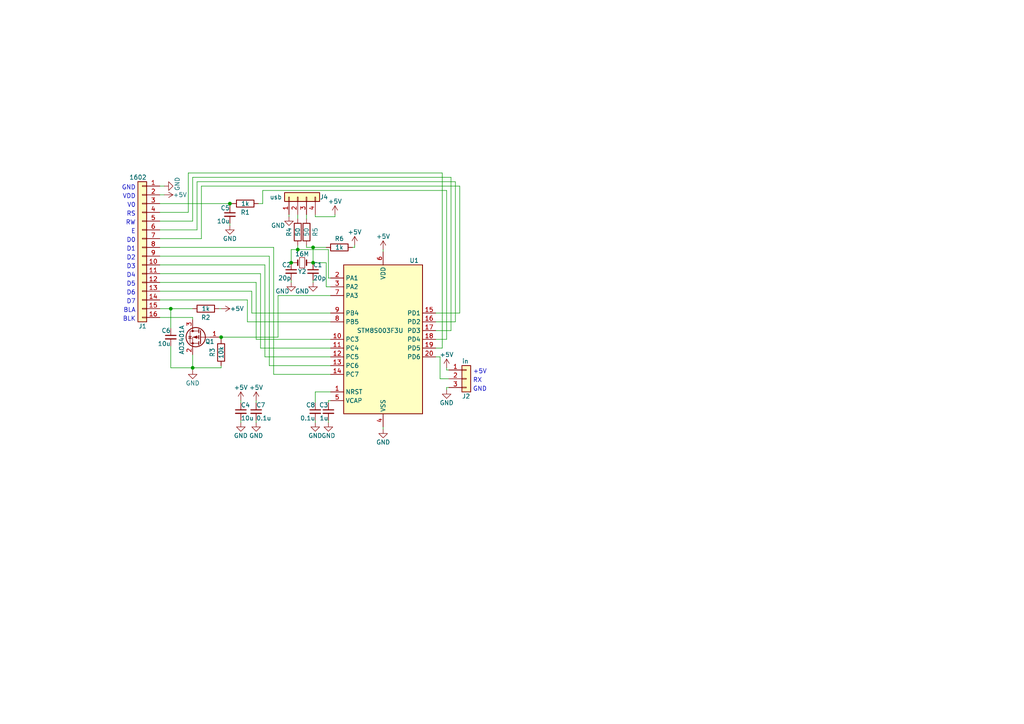
<source format=kicad_sch>
(kicad_sch (version 20230121) (generator eeschema)
  (paper "A4")
  (title_block (title "HD44780 driver board") (date "2024-01-18") (comment 2 "Mikhaik Belkin (dltech174@gmail.com +7-960-961-54-27)"))
  (lib_symbols
    (symbol "Connector_Generic:Conn_01x03" (pin_names (offset 1.016) hide)
      (property "Reference" "J" (at 0 5.08 0))
      (property "Value" "Conn_01x03" (at 0 -5.08 0))
      (symbol "Conn_01x03_1_1"
        (rectangle (start -1.27 -2.413) (end 0 -2.667) (stroke (width 0.1524)))
        (rectangle (start -1.27 0.127) (end 0 -0.127) (stroke (width 0.1524)))
        (rectangle (start -1.27 2.667) (end 0 2.413) (stroke (width 0.1524)))
        (rectangle (start -1.27 3.81) (end 1.27 -3.81) (stroke (width 0.254)) (fill (type background)))
        (pin passive line (at -5.08 2.54 0) (length 3.81) (name "Pin_1") (number "1"))
        (pin passive line (at -5.08 0 0) (length 3.81) (name "Pin_2") (number "2"))
        (pin passive line (at -5.08 -2.54 0) (length 3.81) (name "Pin_3") (number "3"))
      )
    )
    (symbol "Connector_Generic:Conn_01x04" (pin_names (offset 1.016) hide)
      (property "Reference" "J" (at 0 5.08 0))
      (property "Value" "Conn_01x04" (at 0 -7.62 0))
      (symbol "Conn_01x04_1_1"
        (rectangle (start -1.27 -4.953) (end 0 -5.207) (stroke (width 0.1524)))
        (rectangle (start -1.27 -2.413) (end 0 -2.667) (stroke (width 0.1524)))
        (rectangle (start -1.27 0.127) (end 0 -0.127) (stroke (width 0.1524)))
        (rectangle (start -1.27 2.667) (end 0 2.413) (stroke (width 0.1524)))
        (rectangle (start -1.27 3.81) (end 1.27 -6.35) (stroke (width 0.254)) (fill (type background)))
        (pin passive line (at -5.08 2.54 0) (length 3.81) (name "Pin_1") (number "1"))
        (pin passive line (at -5.08 0 0) (length 3.81) (name "Pin_2") (number "2"))
        (pin passive line (at -5.08 -2.54 0) (length 3.81) (name "Pin_3") (number "3"))
        (pin passive line (at -5.08 -5.08 0) (length 3.81) (name "Pin_4") (number "4"))
      )
    )
    (symbol "Connector_Generic:Conn_01x16" (pin_names (offset 1.016) hide)
      (property "Reference" "J" (at 0 20.32 0))
      (property "Value" "Conn_01x16" (at 0 -22.86 0))
      (symbol "Conn_01x16_1_1"
        (rectangle (start -1.27 -20.193) (end 0 -20.447) (stroke (width 0.1524)))
        (rectangle (start -1.27 -17.653) (end 0 -17.907) (stroke (width 0.1524)))
        (rectangle (start -1.27 -15.113) (end 0 -15.367) (stroke (width 0.1524)))
        (rectangle (start -1.27 -12.573) (end 0 -12.827) (stroke (width 0.1524)))
        (rectangle (start -1.27 -10.033) (end 0 -10.287) (stroke (width 0.1524)))
        (rectangle (start -1.27 -7.493) (end 0 -7.747) (stroke (width 0.1524)))
        (rectangle (start -1.27 -4.953) (end 0 -5.207) (stroke (width 0.1524)))
        (rectangle (start -1.27 -2.413) (end 0 -2.667) (stroke (width 0.1524)))
        (rectangle (start -1.27 0.127) (end 0 -0.127) (stroke (width 0.1524)))
        (rectangle (start -1.27 2.667) (end 0 2.413) (stroke (width 0.1524)))
        (rectangle (start -1.27 5.207) (end 0 4.953) (stroke (width 0.1524)))
        (rectangle (start -1.27 7.747) (end 0 7.493) (stroke (width 0.1524)))
        (rectangle (start -1.27 10.287) (end 0 10.033) (stroke (width 0.1524)))
        (rectangle (start -1.27 12.827) (end 0 12.573) (stroke (width 0.1524)))
        (rectangle (start -1.27 15.367) (end 0 15.113) (stroke (width 0.1524)))
        (rectangle (start -1.27 17.907) (end 0 17.653) (stroke (width 0.1524)))
        (rectangle (start -1.27 19.05) (end 1.27 -21.59) (stroke (width 0.254)) (fill (type background)))
        (pin passive line (at -5.08 17.78 0) (length 3.81) (name "Pin_1") (number "1"))
        (pin passive line (at -5.08 -5.08 0) (length 3.81) (name "Pin_10") (number "10"))
        (pin passive line (at -5.08 -7.62 0) (length 3.81) (name "Pin_11") (number "11"))
        (pin passive line (at -5.08 -10.16 0) (length 3.81) (name "Pin_12") (number "12"))
        (pin passive line (at -5.08 -12.7 0) (length 3.81) (name "Pin_13") (number "13"))
        (pin passive line (at -5.08 -15.24 0) (length 3.81) (name "Pin_14") (number "14"))
        (pin passive line (at -5.08 -17.78 0) (length 3.81) (name "Pin_15") (number "15"))
        (pin passive line (at -5.08 -20.32 0) (length 3.81) (name "Pin_16") (number "16"))
        (pin passive line (at -5.08 15.24 0) (length 3.81) (name "Pin_2") (number "2"))
        (pin passive line (at -5.08 12.7 0) (length 3.81) (name "Pin_3") (number "3"))
        (pin passive line (at -5.08 10.16 0) (length 3.81) (name "Pin_4") (number "4"))
        (pin passive line (at -5.08 7.62 0) (length 3.81) (name "Pin_5") (number "5"))
        (pin passive line (at -5.08 5.08 0) (length 3.81) (name "Pin_6") (number "6"))
        (pin passive line (at -5.08 2.54 0) (length 3.81) (name "Pin_7") (number "7"))
        (pin passive line (at -5.08 0 0) (length 3.81) (name "Pin_8") (number "8"))
        (pin passive line (at -5.08 -2.54 0) (length 3.81) (name "Pin_9") (number "9"))
      )
    )
    (symbol "Device:C_Small" (pin_numbers hide) (pin_names (offset 0.254) hide)
      (property "Reference" "C" (at 0.254 1.778 0))
      (property "Value" "C_Small" (at 0.254 -2.032 0))
      (symbol "C_Small_0_1"
        (polyline (pts (xy -1.524 -0.508) (xy 1.524 -0.508)) (stroke (width 0.3302)))
        (polyline (pts (xy -1.524 0.508) (xy 1.524 0.508)) (stroke (width 0.3048)))
      )
      (symbol "C_Small_1_1"
        (pin passive line (at 0 2.54 270) (length 2.032) (name "~") (number "1"))
        (pin passive line (at 0 -2.54 90) (length 2.032) (name "~") (number "2"))
      )
    )
    (symbol "Device:Crystal_Small" (pin_numbers hide) (pin_names (offset 1.016) hide)
      (property "Reference" "Y" (at 0 2.54 0))
      (property "Value" "Crystal_Small" (at 0 -2.54 0))
      (symbol "Crystal_Small_0_1"
        (rectangle (start -0.762 -1.524) (end 0.762 1.524))
        (polyline (pts (xy -1.27 -0.762) (xy -1.27 0.762)) (stroke (width 0.381)))
        (polyline (pts (xy 1.27 -0.762) (xy 1.27 0.762)) (stroke (width 0.381)))
      )
      (symbol "Crystal_Small_1_1"
        (pin passive line (at -2.54 0 0) (length 1.27) (name "1") (number "1"))
        (pin passive line (at 2.54 0 180) (length 1.27) (name "2") (number "2"))
      )
    )
    (symbol "Device:R" (pin_numbers hide) (pin_names (offset 0))
      (property "Reference" "R" (at 2.032 0 90))
      (property "Value" "R" (at 0 0 90))
      (symbol "R_0_1"
        (rectangle (start -1.016 -2.54) (end 1.016 2.54) (stroke (width 0.254)))
      )
      (symbol "R_1_1"
        (pin passive line (at 0 3.81 270) (length 1.27) (name "~") (number "1"))
        (pin passive line (at 0 -3.81 90) (length 1.27) (name "~") (number "2"))
      )
    )
    (symbol "MCU_ST_STM8:STM8S003F3U"
      (property "Reference" "U" (at 1.27 25.4 0))
      (property "Value" "STM8S003F3U" (at 1.27 22.86 0))
      (symbol "STM8S003F3U_0_1"
        (rectangle (start -11.43 21.59) (end 11.43 -21.59) (stroke (width 0.254)) (fill (type background)))
      )
      (symbol "STM8S003F3U_1_1"
        (pin input line (at -15.24 -15.24 0) (length 3.81) (name "NRST") (number "1"))
        (pin bidirectional line (at -15.24 0 0) (length 3.81) (name "PC3") (number "10"))
        (pin bidirectional line (at -15.24 -2.54 0) (length 3.81) (name "PC4") (number "11"))
        (pin bidirectional line (at -15.24 -5.08 0) (length 3.81) (name "PC5") (number "12"))
        (pin bidirectional line (at -15.24 -7.62 0) (length 3.81) (name "PC6") (number "13"))
        (pin bidirectional line (at -15.24 -10.16 0) (length 3.81) (name "PC7") (number "14"))
        (pin bidirectional line (at 15.24 7.62 180) (length 3.81) (name "PD1") (number "15"))
        (pin bidirectional line (at 15.24 5.08 180) (length 3.81) (name "PD2") (number "16"))
        (pin bidirectional line (at 15.24 2.54 180) (length 3.81) (name "PD3") (number "17"))
        (pin bidirectional line (at 15.24 0 180) (length 3.81) (name "PD4") (number "18"))
        (pin bidirectional line (at 15.24 -2.54 180) (length 3.81) (name "PD5") (number "19"))
        (pin bidirectional line (at -15.24 17.78 0) (length 3.81) (name "PA1") (number "2"))
        (pin bidirectional line (at 15.24 -5.08 180) (length 3.81) (name "PD6") (number "20"))
        (pin bidirectional line (at -15.24 15.24 0) (length 3.81) (name "PA2") (number "3"))
        (pin power_in line (at 0 -25.4 90) (length 3.81) (name "VSS") (number "4"))
        (pin passive line (at -15.24 -17.78 0) (length 3.81) (name "VCAP") (number "5"))
        (pin power_in line (at 0 25.4 270) (length 3.81) (name "VDD") (number "6"))
        (pin bidirectional line (at -15.24 12.7 0) (length 3.81) (name "PA3") (number "7"))
        (pin bidirectional line (at -15.24 5.08 0) (length 3.81) (name "PB5") (number "8"))
        (pin bidirectional line (at -15.24 7.62 0) (length 3.81) (name "PB4") (number "9"))
      )
    )
    (symbol "Transistor_FET:AO3401A" (pin_names hide)
      (property "Reference" "Q" (at 5.08 1.905 0))
      (property "Value" "AO3401A" (at 5.08 0 0))
      (symbol "AO3401A_0_1"
        (polyline (pts (xy 0.254 0) (xy -2.54 0)))
        (polyline (pts (xy 0.254 1.905) (xy 0.254 -1.905)) (stroke (width 0.254)))
        (polyline (pts (xy 0.762 -1.27) (xy 0.762 -2.286)) (stroke (width 0.254)))
        (polyline (pts (xy 0.762 0.508) (xy 0.762 -0.508)) (stroke (width 0.254)))
        (polyline (pts (xy 0.762 2.286) (xy 0.762 1.27)) (stroke (width 0.254)))
        (polyline (pts (xy 2.54 2.54) (xy 2.54 1.778)))
        (polyline (pts (xy 2.54 -2.54) (xy 2.54 0) (xy 0.762 0)))
        (polyline (pts (xy 0.762 1.778) (xy 3.302 1.778) (xy 3.302 -1.778) (xy 0.762 -1.778)))
        (polyline (pts (xy 2.286 0) (xy 1.27 0.381) (xy 1.27 -0.381) (xy 2.286 0)) (fill (type outline)))
        (polyline (pts (xy 2.794 -0.508) (xy 2.921 -0.381) (xy 3.683 -0.381) (xy 3.81 -0.254)))
        (polyline (pts (xy 3.302 -0.381) (xy 2.921 0.254) (xy 3.683 0.254) (xy 3.302 -0.381)))
        (circle (center 1.651 0) (radius 2.794) (stroke (width 0.254)))
        (circle (center 2.54 -1.778) (radius 0.254) (fill (type outline)))
        (circle (center 2.54 1.778) (radius 0.254) (fill (type outline)))
      )
      (symbol "AO3401A_1_1"
        (pin input line (at -5.08 0 0) (length 2.54) (name "G") (number "1"))
        (pin passive line (at 2.54 -5.08 90) (length 2.54) (name "S") (number "2"))
        (pin passive line (at 2.54 5.08 270) (length 2.54) (name "D") (number "3"))
      )
    )
    (symbol "power:+5V" (power) (pin_names (offset 0))
      (property "Value" "+5V" (at 0 3.556 0))
      (symbol "+5V_0_1"
        (polyline (pts (xy -0.762 1.27) (xy 0 2.54)))
        (polyline (pts (xy 0 0) (xy 0 2.54)))
        (polyline (pts (xy 0 2.54) (xy 0.762 1.27)))
      )
      (symbol "+5V_1_1"
        (pin power_in line (at 0 0 90) (length 0) hide (name "+5V") (number "1"))
      )
    )
    (symbol "power:GND" (power) (pin_names (offset 0))
      (property "Value" "GND" (at 0 -3.81 0))
      (symbol "GND_0_1"
        (polyline (pts (xy 0 0) (xy 0 -1.27) (xy 1.27 -1.27) (xy 0 -2.54) (xy -1.27 -1.27) (xy 0 -1.27)))
      )
      (symbol "GND_1_1"
        (pin power_in line (at 0 0 270) (length 0) hide (name "GND") (number "1"))
      )
    )
  )
  (junction (at 90.805 76.2))
  (junction (at 84.455 76.2))
  (junction (at 86.36 72.39))
  (junction (at 55.88 106.68))
  (junction (at 66.675 59.055))
  (junction (at 64.135 97.79))
  (junction (at 90.805 71.755))
  (junction (at 49.53 89.535))
  (wire (pts (xy 49.53 89.535) (xy 49.53 95.25)))
  (wire (pts (xy 95.885 90.805) (xy 73.025 90.805)))
  (wire (pts (xy 46.355 66.675) (xy 57.15 66.675)))
  (wire (pts (xy 46.355 76.835) (xy 76.835 76.835)))
  (wire (pts (xy 132.08 93.345) (xy 126.365 93.345)))
  (wire (pts (xy 95.25 121.92) (xy 95.25 122.555)))
  (wire (pts (xy 55.88 102.87) (xy 55.88 106.68)))
  (wire (pts (xy 76.2 55.245) (xy 76.2 59.055)))
  (wire (pts (xy 55.88 106.68) (xy 55.88 107.315)))
  (wire (pts (xy 84.455 72.39) (xy 84.455 76.2)))
  (wire (pts (xy 129.54 55.245) (xy 129.54 98.425)))
  (wire (pts (xy 55.88 92.71) (xy 55.88 92.075)))
  (wire (pts (xy 91.44 121.92) (xy 91.44 122.555)))
  (wire (pts (xy 46.355 59.055) (xy 66.675 59.055)))
  (wire (pts (xy 95.885 103.505) (xy 76.835 103.505)))
  (wire (pts (xy 94.615 76.2) (xy 94.615 83.185)))
  (wire (pts (xy 79.375 108.585) (xy 95.885 108.585)))
  (wire (pts (xy 129.54 113.03) (xy 129.54 112.395)))
  (wire (pts (xy 75.565 100.965) (xy 95.885 100.965)))
  (wire (pts (xy 129.54 112.395) (xy 130.175 112.395)))
  (wire (pts (xy 78.105 106.045) (xy 95.885 106.045)))
  (wire (pts (xy 78.105 106.045) (xy 78.105 74.295)))
  (wire (pts (xy 95.25 116.205) (xy 95.885 116.205)))
  (wire (pts (xy 67.31 59.055) (xy 66.675 59.055)))
  (wire (pts (xy 55.88 51.435) (xy 130.81 51.435)))
  (wire (pts (xy 90.805 71.755) (xy 88.9 71.755)))
  (wire (pts (xy 46.355 81.915) (xy 74.295 81.915)))
  (wire (pts (xy 66.675 59.055) (xy 66.675 59.69)))
  (wire (pts (xy 132.08 52.705) (xy 132.08 93.345)))
  (wire (pts (xy 57.15 52.705) (xy 132.08 52.705)))
  (wire (pts (xy 90.17 76.2) (xy 90.805 76.2)))
  (wire (pts (xy 69.85 116.205) (xy 69.85 116.84)))
  (wire (pts (xy 75.565 79.375) (xy 75.565 100.965)))
  (wire (pts (xy 66.675 64.77) (xy 66.675 65.405)))
  (wire (pts (xy 102.87 71.755) (xy 102.87 71.12)))
  (wire (pts (xy 90.805 81.28) (xy 90.805 81.915)))
  (wire (pts (xy 58.42 53.975) (xy 58.42 69.215)))
  (wire (pts (xy 111.125 72.39) (xy 111.125 73.025)))
  (wire (pts (xy 90.805 76.2) (xy 90.805 71.755)))
  (wire (pts (xy 76.835 76.835) (xy 76.835 103.505)))
  (wire (pts (xy 128.27 50.165) (xy 128.27 100.965)))
  (wire (pts (xy 55.88 106.68) (xy 49.53 106.68)))
  (wire (pts (xy 64.135 97.79) (xy 80.645 97.79)))
  (wire (pts (xy 90.805 76.2) (xy 94.615 76.2)))
  (wire (pts (xy 91.44 113.665) (xy 95.885 113.665)))
  (wire (pts (xy 88.9 71.755) (xy 88.9 71.12)))
  (wire (pts (xy 46.355 69.215) (xy 58.42 69.215)))
  (wire (pts (xy 133.35 53.975) (xy 133.35 90.805)))
  (wire (pts (xy 129.54 106.68) (xy 129.54 107.315)))
  (wire (pts (xy 80.645 97.79) (xy 80.645 85.725)))
  (wire (pts (xy 95.885 80.645) (xy 95.25 80.645)))
  (wire (pts (xy 49.53 89.535) (xy 55.88 89.535)))
  (wire (pts (xy 97.155 62.865) (xy 97.155 62.23)))
  (wire (pts (xy 129.54 107.315) (xy 130.175 107.315)))
  (wire (pts (xy 54.61 50.165) (xy 128.27 50.165)))
  (wire (pts (xy 55.88 51.435) (xy 55.88 64.135)))
  (wire (pts (xy 91.44 116.84) (xy 91.44 113.665)))
  (wire (pts (xy 102.235 71.755) (xy 102.87 71.755)))
  (wire (pts (xy 46.355 86.995) (xy 71.755 86.995)))
  (wire (pts (xy 46.355 79.375) (xy 75.565 79.375)))
  (wire (pts (xy 95.25 116.84) (xy 95.25 116.205)))
  (wire (pts (xy 49.53 100.33) (xy 49.53 106.68)))
  (wire (pts (xy 129.54 98.425) (xy 126.365 98.425)))
  (wire (pts (xy 91.44 62.865) (xy 97.155 62.865)))
  (wire (pts (xy 46.355 74.295) (xy 78.105 74.295)))
  (wire (pts (xy 57.15 52.705) (xy 57.15 66.675)))
  (wire (pts (xy 88.9 62.23) (xy 88.9 63.5)))
  (wire (pts (xy 127.635 109.855) (xy 130.175 109.855)))
  (wire (pts (xy 64.135 106.68) (xy 55.88 106.68)))
  (wire (pts (xy 79.375 71.755) (xy 79.375 108.585)))
  (wire (pts (xy 46.355 84.455) (xy 73.025 84.455)))
  (wire (pts (xy 84.455 81.28) (xy 84.455 81.915)))
  (wire (pts (xy 84.455 76.2) (xy 85.09 76.2)))
  (wire (pts (xy 46.355 61.595) (xy 54.61 61.595)))
  (wire (pts (xy 86.36 72.39) (xy 84.455 72.39)))
  (wire (pts (xy 126.365 103.505) (xy 127.635 103.505)))
  (wire (pts (xy 71.755 86.995) (xy 71.755 93.345)))
  (wire (pts (xy 55.88 92.075) (xy 46.355 92.075)))
  (wire (pts (xy 74.295 116.205) (xy 74.295 116.84)))
  (wire (pts (xy 46.355 89.535) (xy 49.53 89.535)))
  (wire (pts (xy 95.25 80.645) (xy 95.25 72.39)))
  (wire (pts (xy 64.135 98.425) (xy 64.135 97.79)))
  (wire (pts (xy 94.615 83.185) (xy 95.885 83.185)))
  (wire (pts (xy 69.85 121.92) (xy 69.85 122.555)))
  (wire (pts (xy 47.625 56.515) (xy 46.355 56.515)))
  (wire (pts (xy 80.645 85.725) (xy 95.885 85.725)))
  (wire (pts (xy 74.295 81.915) (xy 74.295 98.425)))
  (wire (pts (xy 47.625 53.975) (xy 46.355 53.975)))
  (wire (pts (xy 126.365 100.965) (xy 128.27 100.965)))
  (wire (pts (xy 54.61 50.165) (xy 54.61 61.595)))
  (wire (pts (xy 73.025 84.455) (xy 73.025 90.805)))
  (wire (pts (xy 64.135 89.535) (xy 63.5 89.535)))
  (wire (pts (xy 95.25 72.39) (xy 86.36 72.39)))
  (wire (pts (xy 126.365 95.885) (xy 130.81 95.885)))
  (wire (pts (xy 46.355 64.135) (xy 55.88 64.135)))
  (wire (pts (xy 76.2 55.245) (xy 129.54 55.245)))
  (wire (pts (xy 74.295 121.92) (xy 74.295 122.555)))
  (wire (pts (xy 86.36 62.23) (xy 86.36 63.5)))
  (wire (pts (xy 83.82 62.23) (xy 83.82 62.865)))
  (wire (pts (xy 58.42 53.975) (xy 133.35 53.975)))
  (wire (pts (xy 91.44 62.23) (xy 91.44 62.865)))
  (wire (pts (xy 111.125 123.825) (xy 111.125 124.46)))
  (wire (pts (xy 74.93 59.055) (xy 76.2 59.055)))
  (wire (pts (xy 133.35 90.805) (xy 126.365 90.805)))
  (wire (pts (xy 71.755 93.345) (xy 95.885 93.345)))
  (wire (pts (xy 64.135 97.79) (xy 63.5 97.79)))
  (wire (pts (xy 64.135 106.045) (xy 64.135 106.68)))
  (wire (pts (xy 86.36 71.12) (xy 86.36 72.39)))
  (wire (pts (xy 46.355 71.755) (xy 79.375 71.755)))
  (wire (pts (xy 127.635 103.505) (xy 127.635 109.855)))
  (wire (pts (xy 90.805 71.755) (xy 94.615 71.755)))
  (wire (pts (xy 130.81 51.435) (xy 130.81 95.885)))
  (wire (pts (xy 74.295 98.425) (xy 95.885 98.425)))
  (text "BLA" (at 39.37 90.805 0) (effects (font (size 1.27 1.27)) (justify right bottom)))
  (text "D5" (at 39.37 83.185 0) (effects (font (size 1.27 1.27)) (justify right bottom)))
  (text "D7" (at 39.37 88.265 0) (effects (font (size 1.27 1.27)) (justify right bottom)))
  (text "D0" (at 39.37 70.485 0) (effects (font (size 1.27 1.27)) (justify right bottom)))
  (text "+5V" (at 137.16 108.585 0) (effects (font (size 1.27 1.27)) (justify left bottom)))
  (text "D3" (at 39.37 78.105 0) (effects (font (size 1.27 1.27)) (justify right bottom)))
  (text "D4" (at 39.37 80.645 0) (effects (font (size 1.27 1.27)) (justify right bottom)))
  (text "D6" (at 39.37 85.725 0) (effects (font (size 1.27 1.27)) (justify right bottom)))
  (text "D1" (at 39.37 73.025 0) (effects (font (size 1.27 1.27)) (justify right bottom)))
  (text "V0" (at 39.37 60.325 0) (effects (font (size 1.27 1.27)) (justify right bottom)))
  (text "E" (at 39.37 67.945 0) (effects (font (size 1.27 1.27)) (justify right bottom)))
  (text "RW" (at 39.37 65.405 0) (effects (font (size 1.27 1.27)) (justify right bottom)))
  (text "D2" (at 39.37 75.565 0) (effects (font (size 1.27 1.27)) (justify right bottom)))
  (text "GND" (at 39.37 55.245 0) (effects (font (size 1.27 1.27)) (justify right bottom)))
  (text "VDD" (at 39.37 57.785 0) (effects (font (size 1.27 1.27)) (justify right bottom)))
  (text "BLK" (at 39.37 93.345 0) (effects (font (size 1.27 1.27)) (justify right bottom)))
  (text "GND" (at 137.16 113.665 0) (effects (font (size 1.27 1.27)) (justify left bottom)))
  (text "RS\n" (at 39.37 62.865 0) (effects (font (size 1.27 1.27)) (justify right bottom)))
  (text "RX" (at 137.16 111.125 0) (effects (font (size 1.27 1.27)) (justify left bottom)))
  (symbol (lib_id "Connector_Generic:Conn_01x04") (at 86.36 57.15 90) (unit 1)
    (property "Reference" "J4" (at 93.98 57.15 90))
    (property "Value" "usb" (at 80.01 57.15 90))
    (property "Footprint" "Connector_PinSocket_2.54mm:PinSocket_1x04_P2.54mm_Vertical" (effects hide))
  )
  (symbol (lib_id "Device:C_Small") (at 91.44 119.38 0) (mirror y) (unit 1)
    (property "Reference" "C8" (at 91.44 117.475 0) (effects (justify left)))
    (property "Value" "0.1u" (at 91.44 121.285 0) (effects (justify left)))
    (property "Footprint" "Capacitor_SMD:C_0402_1005Metric" (effects hide))
  )
  (symbol (lib_id "power:GND") (at 55.88 107.315 0) (mirror y) (unit 1)
    (property "Reference" "#PWR02" (effects hide))
    (property "Value" "GND" (at 55.88 111.125 0))
  )
  (symbol (lib_id "Device:C_Small") (at 49.53 97.79 0) (mirror y) (unit 1)
    (property "Reference" "C6" (at 49.53 95.885 0) (effects (justify left)))
    (property "Value" "10u" (at 49.53 99.695 0) (effects (justify left)))
    (property "Footprint" "Capacitor_SMD:C_0805_2012Metric" (effects hide))
  )
  (symbol (lib_id "power:+5V") (at 102.87 71.12 0) (unit 1)
    (property "Reference" "#PWR020" (effects hide))
    (property "Value" "+5V" (at 102.87 67.31 0))
  )
  (symbol (lib_id "power:GND") (at 90.805 81.915 0) (unit 1)
    (property "Reference" "#PWR017" (effects hide))
    (property "Value" "GND" (at 87.63 84.455 0))
  )
  (symbol (lib_id "Transistor_FET:AO3401A") (at 58.42 97.79 0) (mirror y) (unit 1)
    (property "Reference" "Q1" (at 62.23 99.06 0) (effects (justify left)))
    (property "Value" "AO3401A" (at 52.705 102.87 90) (effects (justify left)))
    (property "Footprint" "Package_TO_SOT_SMD:SOT-23" (effects hide))
    (property "Datasheet" "http://www.aosmd.com/pdfs/datasheet/AO3401A.pdf" (effects hide))
  )
  (symbol (lib_id "power:GND") (at 129.54 113.03 0) (unit 1)
    (property "Reference" "#PWR014" (effects hide))
    (property "Value" "GND" (at 129.54 116.84 0))
  )
  (symbol (lib_id "Connector_Generic:Conn_01x16") (at 41.275 71.755 0) (mirror y) (unit 1)
    (property "Reference" "J1" (at 42.545 94.615 0) (effects (justify left)))
    (property "Value" "1602" (at 42.545 51.435 0) (effects (justify left)))
    (property "Footprint" "Connector_PinHeader_2.54mm:PinHeader_1x16_P2.54mm_Vertical" (effects hide))
  )
  (symbol (lib_id "power:GND") (at 74.295 122.555 0) (unit 1)
    (property "Reference" "#PWR010" (effects hide))
    (property "Value" "GND" (at 74.295 126.365 0))
  )
  (symbol (lib_id "power:GND") (at 111.125 124.46 0) (unit 1)
    (property "Reference" "#PWR06" (effects hide))
    (property "Value" "GND" (at 111.125 128.27 0))
  )
  (symbol (lib_id "Device:R") (at 98.425 71.755 90) (mirror x) (unit 1)
    (property "Reference" "R6" (at 98.425 69.215 90))
    (property "Value" "1k" (at 98.425 71.755 90))
    (property "Footprint" "Resistor_SMD:R_0402_1005Metric" (effects hide))
  )
  (symbol (lib_id "power:GND") (at 95.25 122.555 0) (unit 1)
    (property "Reference" "#PWR011" (effects hide))
    (property "Value" "GND" (at 95.25 126.365 0))
  )
  (symbol (lib_id "power:+5V") (at 111.125 72.39 0) (unit 1)
    (property "Reference" "#PWR05" (effects hide))
    (property "Value" "+5V" (at 111.125 68.58 0))
  )
  (symbol (lib_id "Device:C_Small") (at 84.455 78.74 0) (mirror y) (unit 1)
    (property "Reference" "C2" (at 84.455 76.835 0) (effects (justify left)))
    (property "Value" "20p" (at 84.455 80.645 0) (effects (justify left)))
    (property "Footprint" "Capacitor_SMD:C_0402_1005Metric" (effects hide))
  )
  (symbol (lib_id "Device:R") (at 71.12 59.055 270) (mirror x) (unit 1)
    (property "Reference" "R1" (at 71.12 61.595 90))
    (property "Value" "1k" (at 71.12 59.055 90))
    (property "Footprint" "Resistor_SMD:R_0402_1005Metric" (effects hide))
  )
  (symbol (lib_id "power:+5V") (at 129.54 106.68 0) (unit 1)
    (property "Reference" "#PWR013" (effects hide))
    (property "Value" "+5V" (at 129.54 102.87 0))
  )
  (symbol (lib_id "power:+5V") (at 74.295 116.205 0) (unit 1)
    (property "Reference" "#PWR09" (effects hide))
    (property "Value" "+5V" (at 74.295 112.395 0))
  )
  (symbol (lib_id "power:GND") (at 91.44 122.555 0) (mirror y) (unit 1)
    (property "Reference" "#PWR012" (effects hide))
    (property "Value" "GND" (at 91.44 126.365 0))
  )
  (symbol (lib_id "power:GND") (at 84.455 81.915 0) (unit 1)
    (property "Reference" "#PWR016" (effects hide))
    (property "Value" "GND" (at 81.915 84.455 0))
  )
  (symbol (lib_id "power:GND") (at 69.85 122.555 0) (unit 1)
    (property "Reference" "#PWR08" (effects hide))
    (property "Value" "GND" (at 69.85 126.365 0))
  )
  (symbol (lib_id "Device:C_Small") (at 90.805 78.74 0) (unit 1)
    (property "Reference" "C1" (at 90.805 76.835 0) (effects (justify left)))
    (property "Value" "20p" (at 90.805 80.645 0) (effects (justify left)))
    (property "Footprint" "Capacitor_SMD:C_0402_1005Metric" (effects hide))
  )
  (symbol (lib_id "power:+5V") (at 64.135 89.535 270) (mirror x) (unit 1)
    (property "Reference" "#PWR015" (effects hide))
    (property "Value" "+5V" (at 66.675 89.535 90) (effects (justify left)))
  )
  (symbol (lib_id "Connector_Generic:Conn_01x03") (at 135.255 109.855 0) (unit 1)
    (property "Reference" "J2" (at 133.985 114.935 0) (effects (justify left)))
    (property "Value" "in" (at 133.985 104.775 0) (effects (justify left)))
    (property "Footprint" "Connector_PinHeader_2.54mm:PinHeader_1x03_P2.54mm_Vertical" (effects hide))
  )
  (symbol (lib_id "power:+5V") (at 97.155 62.23 0) (unit 1)
    (property "Reference" "#PWR018" (effects hide))
    (property "Value" "+5V" (at 97.155 58.42 0))
  )
  (symbol (lib_id "Device:C_Small") (at 69.85 119.38 0) (unit 1)
    (property "Reference" "C4" (at 69.85 117.475 0) (effects (justify left)))
    (property "Value" "10u" (at 69.85 121.285 0) (effects (justify left)))
    (property "Footprint" "Capacitor_SMD:C_0805_2012Metric" (effects hide))
  )
  (symbol (lib_id "power:+5V") (at 47.625 56.515 270) (mirror x) (unit 1)
    (property "Reference" "#PWR04" (effects hide))
    (property "Value" "+5V" (at 50.165 56.515 90) (effects (justify left)))
  )
  (symbol (lib_id "power:GND") (at 66.675 65.405 0) (mirror y) (unit 1)
    (property "Reference" "#PWR01" (effects hide))
    (property "Value" "GND" (at 66.675 69.215 0))
  )
  (symbol (lib_id "Device:Crystal_Small") (at 87.63 76.2 0) (unit 1)
    (property "Reference" "Y2" (at 87.63 78.74 0))
    (property "Value" "16M" (at 87.63 73.66 0))
    (property "Footprint" "stock_modified:Crystal_SMD_5032-2Pin_5.0x3.2mm" (effects hide))
  )
  (symbol (lib_id "Device:R") (at 64.135 102.235 0) (mirror y) (unit 1)
    (property "Reference" "R3" (at 61.595 102.235 90))
    (property "Value" "10k" (at 64.135 102.235 90))
    (property "Footprint" "Resistor_SMD:R_0402_1005Metric" (effects hide))
  )
  (symbol (lib_id "Device:R") (at 59.69 89.535 90) (mirror x) (unit 1)
    (property "Reference" "R2" (at 59.69 92.075 90))
    (property "Value" "1k" (at 59.69 89.535 90))
    (property "Footprint" "Resistor_SMD:R_0402_1005Metric" (effects hide))
  )
  (symbol (lib_id "Device:C_Small") (at 95.25 119.38 0) (mirror y) (unit 1)
    (property "Reference" "C3" (at 95.25 117.475 0) (effects (justify left)))
    (property "Value" "1u" (at 95.25 121.285 0) (effects (justify left)))
    (property "Footprint" "Capacitor_SMD:C_0805_2012Metric" (effects hide))
  )
  (symbol (lib_id "power:GND") (at 83.82 62.865 0) (unit 1)
    (property "Reference" "#PWR019" (effects hide))
    (property "Value" "GND" (at 80.645 65.405 0))
  )
  (symbol (lib_id "Device:R") (at 86.36 67.31 0) (mirror x) (unit 1)
    (property "Reference" "R4" (at 83.82 67.31 90))
    (property "Value" "50" (at 86.36 67.31 90))
    (property "Footprint" "Resistor_SMD:R_0402_1005Metric" (effects hide))
  )
  (symbol (lib_id "power:GND") (at 47.625 53.975 90) (mirror x) (unit 1)
    (property "Reference" "#PWR03" (effects hide))
    (property "Value" "GND" (at 51.435 53.34 0))
  )
  (symbol (lib_id "MCU_ST_STM8:STM8S003F3U") (at 111.125 98.425 0) (unit 1)
    (property "Reference" "U1" (at 118.745 75.565 0) (effects (justify left)))
    (property "Value" "STM8S003F3U" (at 103.505 95.885 0) (effects (justify left)))
    (property "Footprint" "Package_DFN_QFN:ST_UFQFPN-20_3x3mm_P0.5mm" (effects hide))
    (property "Datasheet" "http://www.st.com/st-web-ui/static/active/en/resource/technical/document/datasheet/DM00024550.pdf" (effects hide))
  )
  (symbol (lib_id "Device:R") (at 88.9 67.31 0) (mirror y) (unit 1)
    (property "Reference" "R5" (at 91.44 67.31 90))
    (property "Value" "50" (at 88.9 67.31 90))
    (property "Footprint" "Resistor_SMD:R_0402_1005Metric" (effects hide))
  )
  (symbol (lib_id "power:+5V") (at 69.85 116.205 0) (unit 1)
    (property "Reference" "#PWR07" (effects hide))
    (property "Value" "+5V" (at 69.85 112.395 0))
  )
  (symbol (lib_id "Device:C_Small") (at 66.675 62.23 0) (mirror y) (unit 1)
    (property "Reference" "C5" (at 66.675 60.325 0) (effects (justify left)))
    (property "Value" "10u" (at 66.675 64.135 0) (effects (justify left)))
    (property "Footprint" "Capacitor_SMD:C_0805_2012Metric" (effects hide))
  )
  (symbol (lib_id "Device:C_Small") (at 74.295 119.38 0) (unit 1)
    (property "Reference" "C7" (at 74.295 117.475 0) (effects (justify left)))
    (property "Value" "0.1u" (at 74.295 121.285 0) (effects (justify left)))
    (property "Footprint" "Capacitor_SMD:C_0402_1005Metric" (effects hide))
  )
)
</source>
